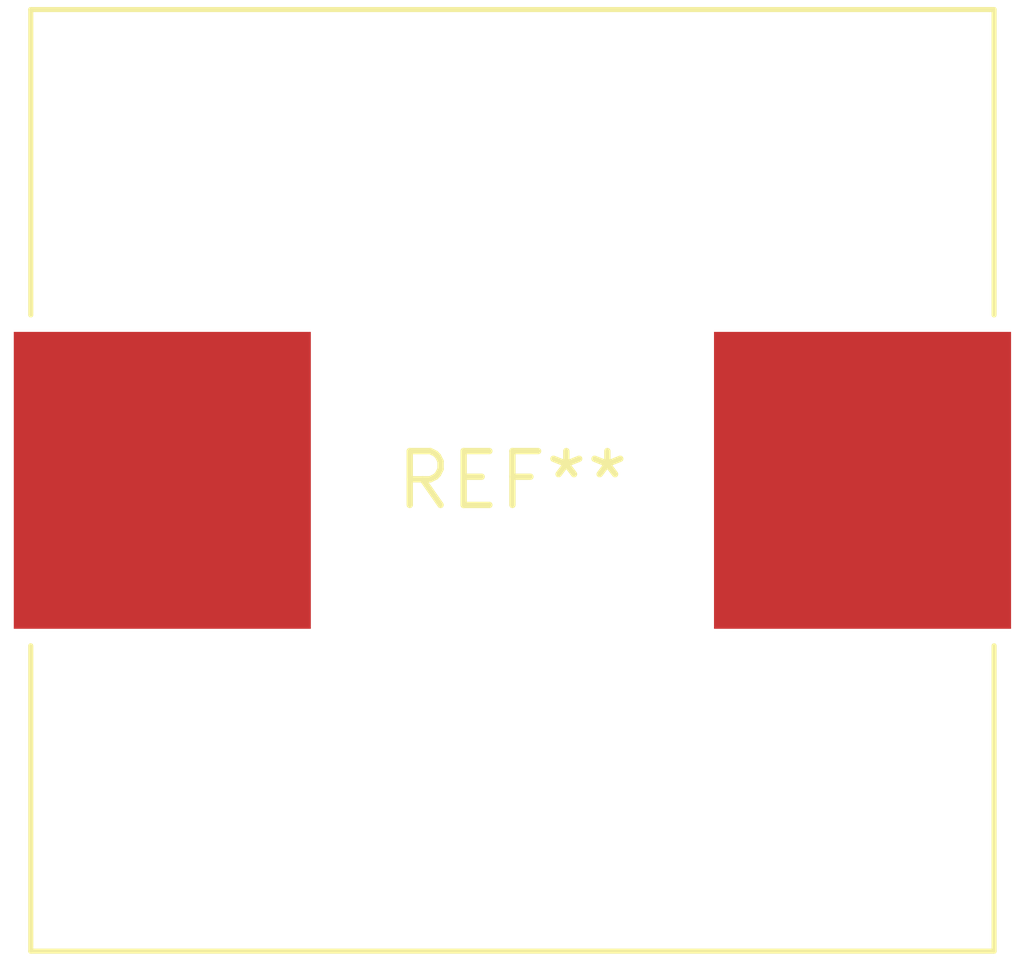
<source format=kicad_pcb>
(kicad_pcb (version 20240108) (generator pcbnew)
  (layers (0 "F.Cu" signal) (31 "B.Cu" signal) (34 "B.Paste" user) (35 "F.Paste" user) (36 "B.SilkS" user "B.Silkscreen") (37 "F.SilkS" user "F.Silkscreen") (38 "B.Mask" user) (39 "F.Mask" user) (44 "Edge.Cuts" user))
  (net 0 "")
  (footprint "L_Wuerth_HCI-2212" (layer "F.Cu") (at 0 0)
    (property "Reference" "REF**")
    (property "Value" "L_Wuerth_HCI-2212")
    (fp_line (start -11.35 -11.1) (end 11.35 -11.1) (layer "F.SilkS") (stroke (width 0.12)))
    (fp_line (start -11.35 -3.9) (end -11.35 -11.1) (layer "F.SilkS") (stroke (width 0.12)))
    (fp_line (start -11.35 3.9) (end -11.35 11.1) (layer "F.SilkS") (stroke (width 0.12)))
    (fp_line (start -11.35 11.1) (end 11.35 11.1) (layer "F.SilkS") (stroke (width 0.12)))
    (fp_line (start 11.35 -11.1) (end 11.35 -3.9) (layer "F.SilkS") (stroke (width 0.12)))
    (fp_line (start 11.35 11.1) (end 11.35 3.9) (layer "F.SilkS") (stroke (width 0.12)))
    (pad "1" smd rect (at -8.25 0) (size 7 7) (layers "F.Cu" "F.Paste" "F.Mask"))
    (pad "2" smd rect (at 8.25 0) (size 7 7) (layers "F.Cu" "F.Paste" "F.Mask"))
  )
)
</source>
